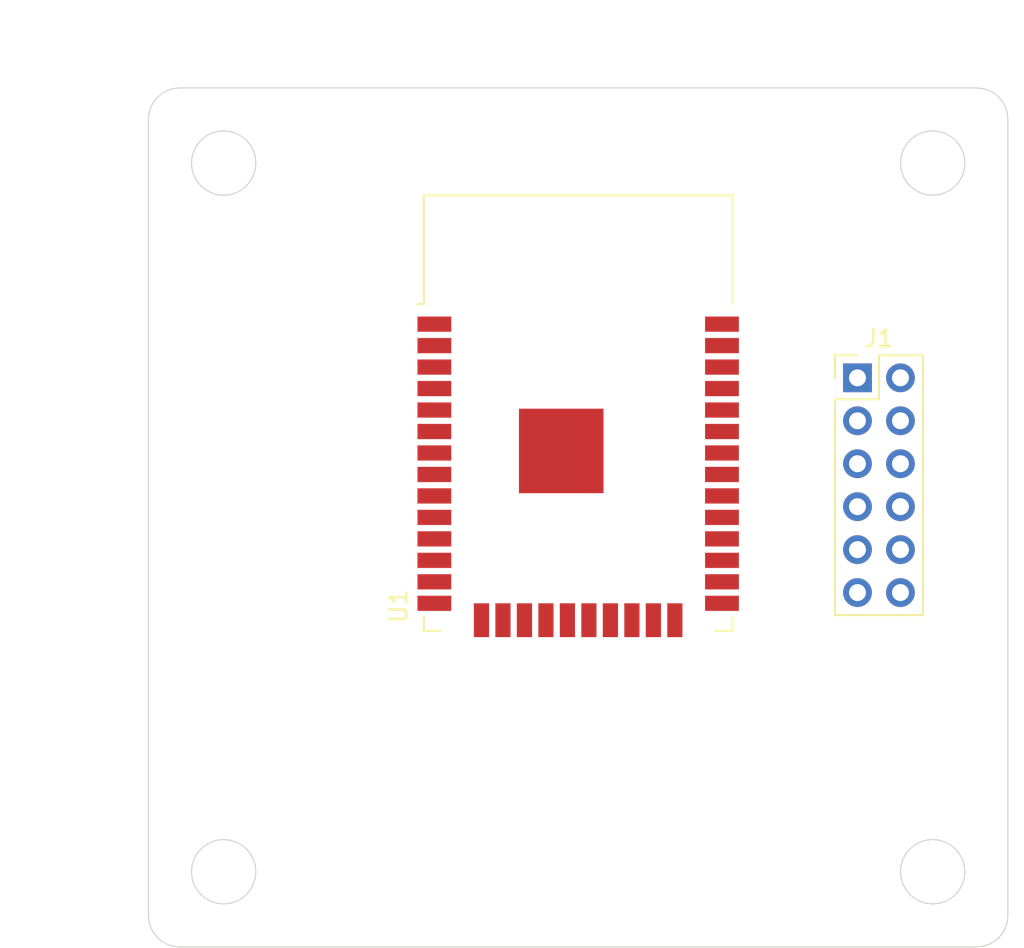
<source format=kicad_pcb>
(kicad_pcb (version 20171130) (host pcbnew 5.1.0)

  (general
    (thickness 1.6)
    (drawings 166)
    (tracks 0)
    (zones 0)
    (modules 2)
    (nets 49)
  )

  (page A4)
  (layers
    (0 F.Cu signal)
    (31 B.Cu signal)
    (32 B.Adhes user)
    (33 F.Adhes user)
    (34 B.Paste user)
    (35 F.Paste user)
    (36 B.SilkS user)
    (37 F.SilkS user)
    (38 B.Mask user)
    (39 F.Mask user)
    (40 Dwgs.User user)
    (41 Cmts.User user)
    (42 Eco1.User user)
    (43 Eco2.User user)
    (44 Edge.Cuts user)
    (45 Margin user)
    (46 B.CrtYd user)
    (47 F.CrtYd user)
    (48 B.Fab user)
    (49 F.Fab user)
  )

  (setup
    (last_trace_width 0.25)
    (trace_clearance 0.2)
    (zone_clearance 0.508)
    (zone_45_only no)
    (trace_min 0.2)
    (via_size 0.8)
    (via_drill 0.4)
    (via_min_size 0.4)
    (via_min_drill 0.3)
    (uvia_size 0.3)
    (uvia_drill 0.1)
    (uvias_allowed no)
    (uvia_min_size 0.2)
    (uvia_min_drill 0.1)
    (edge_width 0.05)
    (segment_width 0.2)
    (pcb_text_width 0.3)
    (pcb_text_size 1.5 1.5)
    (mod_edge_width 0.12)
    (mod_text_size 1 1)
    (mod_text_width 0.15)
    (pad_size 1.524 1.524)
    (pad_drill 0.762)
    (pad_to_mask_clearance 0.051)
    (solder_mask_min_width 0.25)
    (aux_axis_origin 0 0)
    (visible_elements FFFFFF7F)
    (pcbplotparams
      (layerselection 0x010fc_ffffffff)
      (usegerberextensions false)
      (usegerberattributes false)
      (usegerberadvancedattributes false)
      (creategerberjobfile false)
      (excludeedgelayer true)
      (linewidth 0.100000)
      (plotframeref false)
      (viasonmask false)
      (mode 1)
      (useauxorigin false)
      (hpglpennumber 1)
      (hpglpenspeed 20)
      (hpglpendiameter 15.000000)
      (psnegative false)
      (psa4output false)
      (plotreference true)
      (plotvalue true)
      (plotinvisibletext false)
      (padsonsilk false)
      (subtractmaskfromsilk false)
      (outputformat 1)
      (mirror false)
      (drillshape 1)
      (scaleselection 1)
      (outputdirectory ""))
  )

  (net 0 "")
  (net 1 "Net-(U1-Pad1)")
  (net 2 "Net-(U1-Pad2)")
  (net 3 "Net-(U1-Pad3)")
  (net 4 "Net-(U1-Pad4)")
  (net 5 "Net-(U1-Pad5)")
  (net 6 "Net-(U1-Pad6)")
  (net 7 "Net-(U1-Pad7)")
  (net 8 "Net-(U1-Pad8)")
  (net 9 "Net-(U1-Pad9)")
  (net 10 "Net-(U1-Pad10)")
  (net 11 "Net-(U1-Pad11)")
  (net 12 "Net-(U1-Pad12)")
  (net 13 "Net-(U1-Pad13)")
  (net 14 "Net-(U1-Pad14)")
  (net 15 "Net-(U1-Pad16)")
  (net 16 "Net-(U1-Pad17)")
  (net 17 "Net-(U1-Pad18)")
  (net 18 "Net-(U1-Pad19)")
  (net 19 "Net-(U1-Pad20)")
  (net 20 "Net-(U1-Pad21)")
  (net 21 "Net-(U1-Pad22)")
  (net 22 "Net-(U1-Pad23)")
  (net 23 "Net-(U1-Pad24)")
  (net 24 "Net-(U1-Pad25)")
  (net 25 "Net-(U1-Pad26)")
  (net 26 "Net-(U1-Pad27)")
  (net 27 "Net-(U1-Pad28)")
  (net 28 "Net-(U1-Pad29)")
  (net 29 "Net-(U1-Pad30)")
  (net 30 "Net-(U1-Pad31)")
  (net 31 "Net-(U1-Pad32)")
  (net 32 "Net-(U1-Pad33)")
  (net 33 "Net-(U1-Pad34)")
  (net 34 "Net-(U1-Pad35)")
  (net 35 "Net-(U1-Pad36)")
  (net 36 "Net-(U1-Pad37)")
  (net 37 "Net-(J1-Pad1)")
  (net 38 "Net-(J1-Pad2)")
  (net 39 "Net-(J1-Pad3)")
  (net 40 "Net-(J1-Pad4)")
  (net 41 "Net-(J1-Pad5)")
  (net 42 "Net-(J1-Pad6)")
  (net 43 "Net-(J1-Pad7)")
  (net 44 "Net-(J1-Pad8)")
  (net 45 "Net-(J1-Pad9)")
  (net 46 "Net-(J1-Pad10)")
  (net 47 "Net-(J1-Pad11)")
  (net 48 "Net-(J1-Pad12)")

  (net_class Default "This is the default net class."
    (clearance 0.2)
    (trace_width 0.25)
    (via_dia 0.8)
    (via_drill 0.4)
    (uvia_dia 0.3)
    (uvia_drill 0.1)
    (add_net "Net-(J1-Pad1)")
    (add_net "Net-(J1-Pad10)")
    (add_net "Net-(J1-Pad11)")
    (add_net "Net-(J1-Pad12)")
    (add_net "Net-(J1-Pad2)")
    (add_net "Net-(J1-Pad3)")
    (add_net "Net-(J1-Pad4)")
    (add_net "Net-(J1-Pad5)")
    (add_net "Net-(J1-Pad6)")
    (add_net "Net-(J1-Pad7)")
    (add_net "Net-(J1-Pad8)")
    (add_net "Net-(J1-Pad9)")
    (add_net "Net-(U1-Pad1)")
    (add_net "Net-(U1-Pad10)")
    (add_net "Net-(U1-Pad11)")
    (add_net "Net-(U1-Pad12)")
    (add_net "Net-(U1-Pad13)")
    (add_net "Net-(U1-Pad14)")
    (add_net "Net-(U1-Pad16)")
    (add_net "Net-(U1-Pad17)")
    (add_net "Net-(U1-Pad18)")
    (add_net "Net-(U1-Pad19)")
    (add_net "Net-(U1-Pad2)")
    (add_net "Net-(U1-Pad20)")
    (add_net "Net-(U1-Pad21)")
    (add_net "Net-(U1-Pad22)")
    (add_net "Net-(U1-Pad23)")
    (add_net "Net-(U1-Pad24)")
    (add_net "Net-(U1-Pad25)")
    (add_net "Net-(U1-Pad26)")
    (add_net "Net-(U1-Pad27)")
    (add_net "Net-(U1-Pad28)")
    (add_net "Net-(U1-Pad29)")
    (add_net "Net-(U1-Pad3)")
    (add_net "Net-(U1-Pad30)")
    (add_net "Net-(U1-Pad31)")
    (add_net "Net-(U1-Pad32)")
    (add_net "Net-(U1-Pad33)")
    (add_net "Net-(U1-Pad34)")
    (add_net "Net-(U1-Pad35)")
    (add_net "Net-(U1-Pad36)")
    (add_net "Net-(U1-Pad37)")
    (add_net "Net-(U1-Pad4)")
    (add_net "Net-(U1-Pad5)")
    (add_net "Net-(U1-Pad6)")
    (add_net "Net-(U1-Pad7)")
    (add_net "Net-(U1-Pad8)")
    (add_net "Net-(U1-Pad9)")
  )

  (module RF_Module:ESP32-WROOM-32 (layer F.Cu) (tedit 5B5B4654) (tstamp 5CB22685)
    (at 127 72.39)
    (descr "Single 2.4 GHz Wi-Fi and Bluetooth combo chip https://www.espressif.com/sites/default/files/documentation/esp32-wroom-32_datasheet_en.pdf")
    (tags "Single 2.4 GHz Wi-Fi and Bluetooth combo  chip")
    (path /5CB1D5E7)
    (attr smd)
    (fp_text reference U1 (at -10.61 8.43 90) (layer F.SilkS)
      (effects (font (size 1 1) (thickness 0.15)))
    )
    (fp_text value ESP32-WROOM-32 (at 0 11.5) (layer F.Fab)
      (effects (font (size 1 1) (thickness 0.15)))
    )
    (fp_text user %R (at 0 0) (layer F.Fab)
      (effects (font (size 1 1) (thickness 0.15)))
    )
    (fp_text user "KEEP-OUT ZONE" (at 0 -19) (layer Cmts.User)
      (effects (font (size 1 1) (thickness 0.15)))
    )
    (fp_text user Antenna (at 0 -13) (layer Cmts.User)
      (effects (font (size 1 1) (thickness 0.15)))
    )
    (fp_text user "5 mm" (at 11.8 -14.375) (layer Cmts.User)
      (effects (font (size 0.5 0.5) (thickness 0.1)))
    )
    (fp_text user "5 mm" (at -11.2 -14.375) (layer Cmts.User)
      (effects (font (size 0.5 0.5) (thickness 0.1)))
    )
    (fp_text user "5 mm" (at 7.8 -19.075 90) (layer Cmts.User)
      (effects (font (size 0.5 0.5) (thickness 0.1)))
    )
    (fp_line (start -14 -9.97) (end -14 -20.75) (layer Dwgs.User) (width 0.1))
    (fp_line (start 9 9.76) (end 9 -15.745) (layer F.Fab) (width 0.1))
    (fp_line (start -9 9.76) (end 9 9.76) (layer F.Fab) (width 0.1))
    (fp_line (start -9 -15.745) (end -9 -10.02) (layer F.Fab) (width 0.1))
    (fp_line (start -9 -15.745) (end 9 -15.745) (layer F.Fab) (width 0.1))
    (fp_line (start -9.75 10.5) (end -9.75 -9.72) (layer F.CrtYd) (width 0.05))
    (fp_line (start -9.75 10.5) (end 9.75 10.5) (layer F.CrtYd) (width 0.05))
    (fp_line (start 9.75 -9.72) (end 9.75 10.5) (layer F.CrtYd) (width 0.05))
    (fp_line (start -14.25 -21) (end 14.25 -21) (layer F.CrtYd) (width 0.05))
    (fp_line (start -9 -9.02) (end -9 9.76) (layer F.Fab) (width 0.1))
    (fp_line (start -8.5 -9.52) (end -9 -10.02) (layer F.Fab) (width 0.1))
    (fp_line (start -9 -9.02) (end -8.5 -9.52) (layer F.Fab) (width 0.1))
    (fp_line (start 14 -9.97) (end -14 -9.97) (layer Dwgs.User) (width 0.1))
    (fp_line (start 14 -9.97) (end 14 -20.75) (layer Dwgs.User) (width 0.1))
    (fp_line (start 14 -20.75) (end -14 -20.75) (layer Dwgs.User) (width 0.1))
    (fp_line (start -14.25 -21) (end -14.25 -9.72) (layer F.CrtYd) (width 0.05))
    (fp_line (start 14.25 -21) (end 14.25 -9.72) (layer F.CrtYd) (width 0.05))
    (fp_line (start -14.25 -9.72) (end -9.75 -9.72) (layer F.CrtYd) (width 0.05))
    (fp_line (start 9.75 -9.72) (end 14.25 -9.72) (layer F.CrtYd) (width 0.05))
    (fp_line (start -12.525 -20.75) (end -14 -19.66) (layer Dwgs.User) (width 0.1))
    (fp_line (start -10.525 -20.75) (end -14 -18.045) (layer Dwgs.User) (width 0.1))
    (fp_line (start -8.525 -20.75) (end -14 -16.43) (layer Dwgs.User) (width 0.1))
    (fp_line (start -6.525 -20.75) (end -14 -14.815) (layer Dwgs.User) (width 0.1))
    (fp_line (start -4.525 -20.75) (end -14 -13.2) (layer Dwgs.User) (width 0.1))
    (fp_line (start -2.525 -20.75) (end -14 -11.585) (layer Dwgs.User) (width 0.1))
    (fp_line (start -0.525 -20.75) (end -14 -9.97) (layer Dwgs.User) (width 0.1))
    (fp_line (start 1.475 -20.75) (end -12 -9.97) (layer Dwgs.User) (width 0.1))
    (fp_line (start 3.475 -20.75) (end -10 -9.97) (layer Dwgs.User) (width 0.1))
    (fp_line (start -8 -9.97) (end 5.475 -20.75) (layer Dwgs.User) (width 0.1))
    (fp_line (start 7.475 -20.75) (end -6 -9.97) (layer Dwgs.User) (width 0.1))
    (fp_line (start 9.475 -20.75) (end -4 -9.97) (layer Dwgs.User) (width 0.1))
    (fp_line (start 11.475 -20.75) (end -2 -9.97) (layer Dwgs.User) (width 0.1))
    (fp_line (start 13.475 -20.75) (end 0 -9.97) (layer Dwgs.User) (width 0.1))
    (fp_line (start 14 -19.66) (end 2 -9.97) (layer Dwgs.User) (width 0.1))
    (fp_line (start 14 -18.045) (end 4 -9.97) (layer Dwgs.User) (width 0.1))
    (fp_line (start 14 -16.43) (end 6 -9.97) (layer Dwgs.User) (width 0.1))
    (fp_line (start 14 -14.815) (end 8 -9.97) (layer Dwgs.User) (width 0.1))
    (fp_line (start 14 -13.2) (end 10 -9.97) (layer Dwgs.User) (width 0.1))
    (fp_line (start 14 -11.585) (end 12 -9.97) (layer Dwgs.User) (width 0.1))
    (fp_line (start 9.2 -13.875) (end 13.8 -13.875) (layer Cmts.User) (width 0.1))
    (fp_line (start 13.8 -13.875) (end 13.6 -14.075) (layer Cmts.User) (width 0.1))
    (fp_line (start 13.8 -13.875) (end 13.6 -13.675) (layer Cmts.User) (width 0.1))
    (fp_line (start 9.2 -13.875) (end 9.4 -14.075) (layer Cmts.User) (width 0.1))
    (fp_line (start 9.2 -13.875) (end 9.4 -13.675) (layer Cmts.User) (width 0.1))
    (fp_line (start -13.8 -13.875) (end -13.6 -14.075) (layer Cmts.User) (width 0.1))
    (fp_line (start -13.8 -13.875) (end -13.6 -13.675) (layer Cmts.User) (width 0.1))
    (fp_line (start -9.2 -13.875) (end -9.4 -13.675) (layer Cmts.User) (width 0.1))
    (fp_line (start -13.8 -13.875) (end -9.2 -13.875) (layer Cmts.User) (width 0.1))
    (fp_line (start -9.2 -13.875) (end -9.4 -14.075) (layer Cmts.User) (width 0.1))
    (fp_line (start 8.4 -16) (end 8.2 -16.2) (layer Cmts.User) (width 0.1))
    (fp_line (start 8.4 -16) (end 8.6 -16.2) (layer Cmts.User) (width 0.1))
    (fp_line (start 8.4 -20.6) (end 8.6 -20.4) (layer Cmts.User) (width 0.1))
    (fp_line (start 8.4 -16) (end 8.4 -20.6) (layer Cmts.User) (width 0.1))
    (fp_line (start 8.4 -20.6) (end 8.2 -20.4) (layer Cmts.User) (width 0.1))
    (fp_line (start -9.12 9.1) (end -9.12 9.88) (layer F.SilkS) (width 0.12))
    (fp_line (start -9.12 9.88) (end -8.12 9.88) (layer F.SilkS) (width 0.12))
    (fp_line (start 9.12 9.1) (end 9.12 9.88) (layer F.SilkS) (width 0.12))
    (fp_line (start 9.12 9.88) (end 8.12 9.88) (layer F.SilkS) (width 0.12))
    (fp_line (start -9.12 -15.865) (end 9.12 -15.865) (layer F.SilkS) (width 0.12))
    (fp_line (start 9.12 -15.865) (end 9.12 -9.445) (layer F.SilkS) (width 0.12))
    (fp_line (start -9.12 -15.865) (end -9.12 -9.445) (layer F.SilkS) (width 0.12))
    (fp_line (start -9.12 -9.445) (end -9.5 -9.445) (layer F.SilkS) (width 0.12))
    (pad 39 smd rect (at -1 -0.755) (size 5 5) (layers F.Cu F.Paste F.Mask))
    (pad 1 smd rect (at -8.5 -8.255) (size 2 0.9) (layers F.Cu F.Paste F.Mask)
      (net 1 "Net-(U1-Pad1)"))
    (pad 2 smd rect (at -8.5 -6.985) (size 2 0.9) (layers F.Cu F.Paste F.Mask)
      (net 2 "Net-(U1-Pad2)"))
    (pad 3 smd rect (at -8.5 -5.715) (size 2 0.9) (layers F.Cu F.Paste F.Mask)
      (net 3 "Net-(U1-Pad3)"))
    (pad 4 smd rect (at -8.5 -4.445) (size 2 0.9) (layers F.Cu F.Paste F.Mask)
      (net 4 "Net-(U1-Pad4)"))
    (pad 5 smd rect (at -8.5 -3.175) (size 2 0.9) (layers F.Cu F.Paste F.Mask)
      (net 5 "Net-(U1-Pad5)"))
    (pad 6 smd rect (at -8.5 -1.905) (size 2 0.9) (layers F.Cu F.Paste F.Mask)
      (net 6 "Net-(U1-Pad6)"))
    (pad 7 smd rect (at -8.5 -0.635) (size 2 0.9) (layers F.Cu F.Paste F.Mask)
      (net 7 "Net-(U1-Pad7)"))
    (pad 8 smd rect (at -8.5 0.635) (size 2 0.9) (layers F.Cu F.Paste F.Mask)
      (net 8 "Net-(U1-Pad8)"))
    (pad 9 smd rect (at -8.5 1.905) (size 2 0.9) (layers F.Cu F.Paste F.Mask)
      (net 9 "Net-(U1-Pad9)"))
    (pad 10 smd rect (at -8.5 3.175) (size 2 0.9) (layers F.Cu F.Paste F.Mask)
      (net 10 "Net-(U1-Pad10)"))
    (pad 11 smd rect (at -8.5 4.445) (size 2 0.9) (layers F.Cu F.Paste F.Mask)
      (net 11 "Net-(U1-Pad11)"))
    (pad 12 smd rect (at -8.5 5.715) (size 2 0.9) (layers F.Cu F.Paste F.Mask)
      (net 12 "Net-(U1-Pad12)"))
    (pad 13 smd rect (at -8.5 6.985) (size 2 0.9) (layers F.Cu F.Paste F.Mask)
      (net 13 "Net-(U1-Pad13)"))
    (pad 14 smd rect (at -8.5 8.255) (size 2 0.9) (layers F.Cu F.Paste F.Mask)
      (net 14 "Net-(U1-Pad14)"))
    (pad 15 smd rect (at -5.715 9.255 90) (size 2 0.9) (layers F.Cu F.Paste F.Mask)
      (net 1 "Net-(U1-Pad1)"))
    (pad 16 smd rect (at -4.445 9.255 90) (size 2 0.9) (layers F.Cu F.Paste F.Mask)
      (net 15 "Net-(U1-Pad16)"))
    (pad 17 smd rect (at -3.175 9.255 90) (size 2 0.9) (layers F.Cu F.Paste F.Mask)
      (net 16 "Net-(U1-Pad17)"))
    (pad 18 smd rect (at -1.905 9.255 90) (size 2 0.9) (layers F.Cu F.Paste F.Mask)
      (net 17 "Net-(U1-Pad18)"))
    (pad 19 smd rect (at -0.635 9.255 90) (size 2 0.9) (layers F.Cu F.Paste F.Mask)
      (net 18 "Net-(U1-Pad19)"))
    (pad 20 smd rect (at 0.635 9.255 90) (size 2 0.9) (layers F.Cu F.Paste F.Mask)
      (net 19 "Net-(U1-Pad20)"))
    (pad 21 smd rect (at 1.905 9.255 90) (size 2 0.9) (layers F.Cu F.Paste F.Mask)
      (net 20 "Net-(U1-Pad21)"))
    (pad 22 smd rect (at 3.175 9.255 90) (size 2 0.9) (layers F.Cu F.Paste F.Mask)
      (net 21 "Net-(U1-Pad22)"))
    (pad 23 smd rect (at 4.445 9.255 90) (size 2 0.9) (layers F.Cu F.Paste F.Mask)
      (net 22 "Net-(U1-Pad23)"))
    (pad 24 smd rect (at 5.715 9.255 90) (size 2 0.9) (layers F.Cu F.Paste F.Mask)
      (net 23 "Net-(U1-Pad24)"))
    (pad 25 smd rect (at 8.5 8.255) (size 2 0.9) (layers F.Cu F.Paste F.Mask)
      (net 24 "Net-(U1-Pad25)"))
    (pad 26 smd rect (at 8.5 6.985) (size 2 0.9) (layers F.Cu F.Paste F.Mask)
      (net 25 "Net-(U1-Pad26)"))
    (pad 27 smd rect (at 8.5 5.715) (size 2 0.9) (layers F.Cu F.Paste F.Mask)
      (net 26 "Net-(U1-Pad27)"))
    (pad 28 smd rect (at 8.5 4.445) (size 2 0.9) (layers F.Cu F.Paste F.Mask)
      (net 27 "Net-(U1-Pad28)"))
    (pad 29 smd rect (at 8.5 3.175) (size 2 0.9) (layers F.Cu F.Paste F.Mask)
      (net 28 "Net-(U1-Pad29)"))
    (pad 30 smd rect (at 8.5 1.905) (size 2 0.9) (layers F.Cu F.Paste F.Mask)
      (net 29 "Net-(U1-Pad30)"))
    (pad 31 smd rect (at 8.5 0.635) (size 2 0.9) (layers F.Cu F.Paste F.Mask)
      (net 30 "Net-(U1-Pad31)"))
    (pad 32 smd rect (at 8.5 -0.635) (size 2 0.9) (layers F.Cu F.Paste F.Mask)
      (net 31 "Net-(U1-Pad32)"))
    (pad 33 smd rect (at 8.5 -1.905) (size 2 0.9) (layers F.Cu F.Paste F.Mask)
      (net 32 "Net-(U1-Pad33)"))
    (pad 34 smd rect (at 8.5 -3.175) (size 2 0.9) (layers F.Cu F.Paste F.Mask)
      (net 33 "Net-(U1-Pad34)"))
    (pad 35 smd rect (at 8.5 -4.445) (size 2 0.9) (layers F.Cu F.Paste F.Mask)
      (net 34 "Net-(U1-Pad35)"))
    (pad 36 smd rect (at 8.5 -5.715) (size 2 0.9) (layers F.Cu F.Paste F.Mask)
      (net 35 "Net-(U1-Pad36)"))
    (pad 37 smd rect (at 8.5 -6.985) (size 2 0.9) (layers F.Cu F.Paste F.Mask)
      (net 36 "Net-(U1-Pad37)"))
    (pad 38 smd rect (at 8.5 -8.255) (size 2 0.9) (layers F.Cu F.Paste F.Mask)
      (net 1 "Net-(U1-Pad1)"))
    (model ${KISYS3DMOD}/RF_Module.3dshapes/ESP32-WROOM-32.wrl
      (at (xyz 0 0 0))
      (scale (xyz 1 1 1))
      (rotate (xyz 0 0 0))
    )
  )

  (module Connector_PinHeader_2.54mm:PinHeader_2x06_P2.54mm_Vertical (layer F.Cu) (tedit 59FED5CC) (tstamp 5CB2238F)
    (at 143.51 67.31)
    (descr "Through hole straight pin header, 2x06, 2.54mm pitch, double rows")
    (tags "Through hole pin header THT 2x06 2.54mm double row")
    (path /5CB226D6)
    (fp_text reference J1 (at 1.27 -2.33) (layer F.SilkS)
      (effects (font (size 1 1) (thickness 0.15)))
    )
    (fp_text value Conn_02x06_Odd_Even (at 1.27 15.03) (layer F.Fab)
      (effects (font (size 1 1) (thickness 0.15)))
    )
    (fp_line (start 0 -1.27) (end 3.81 -1.27) (layer F.Fab) (width 0.1))
    (fp_line (start 3.81 -1.27) (end 3.81 13.97) (layer F.Fab) (width 0.1))
    (fp_line (start 3.81 13.97) (end -1.27 13.97) (layer F.Fab) (width 0.1))
    (fp_line (start -1.27 13.97) (end -1.27 0) (layer F.Fab) (width 0.1))
    (fp_line (start -1.27 0) (end 0 -1.27) (layer F.Fab) (width 0.1))
    (fp_line (start -1.33 14.03) (end 3.87 14.03) (layer F.SilkS) (width 0.12))
    (fp_line (start -1.33 1.27) (end -1.33 14.03) (layer F.SilkS) (width 0.12))
    (fp_line (start 3.87 -1.33) (end 3.87 14.03) (layer F.SilkS) (width 0.12))
    (fp_line (start -1.33 1.27) (end 1.27 1.27) (layer F.SilkS) (width 0.12))
    (fp_line (start 1.27 1.27) (end 1.27 -1.33) (layer F.SilkS) (width 0.12))
    (fp_line (start 1.27 -1.33) (end 3.87 -1.33) (layer F.SilkS) (width 0.12))
    (fp_line (start -1.33 0) (end -1.33 -1.33) (layer F.SilkS) (width 0.12))
    (fp_line (start -1.33 -1.33) (end 0 -1.33) (layer F.SilkS) (width 0.12))
    (fp_line (start -1.8 -1.8) (end -1.8 14.5) (layer F.CrtYd) (width 0.05))
    (fp_line (start -1.8 14.5) (end 4.35 14.5) (layer F.CrtYd) (width 0.05))
    (fp_line (start 4.35 14.5) (end 4.35 -1.8) (layer F.CrtYd) (width 0.05))
    (fp_line (start 4.35 -1.8) (end -1.8 -1.8) (layer F.CrtYd) (width 0.05))
    (fp_text user %R (at 1.27 6.35 90) (layer F.Fab)
      (effects (font (size 1 1) (thickness 0.15)))
    )
    (pad 1 thru_hole rect (at 0 0) (size 1.7 1.7) (drill 1) (layers *.Cu *.Mask)
      (net 37 "Net-(J1-Pad1)"))
    (pad 2 thru_hole oval (at 2.54 0) (size 1.7 1.7) (drill 1) (layers *.Cu *.Mask)
      (net 38 "Net-(J1-Pad2)"))
    (pad 3 thru_hole oval (at 0 2.54) (size 1.7 1.7) (drill 1) (layers *.Cu *.Mask)
      (net 39 "Net-(J1-Pad3)"))
    (pad 4 thru_hole oval (at 2.54 2.54) (size 1.7 1.7) (drill 1) (layers *.Cu *.Mask)
      (net 40 "Net-(J1-Pad4)"))
    (pad 5 thru_hole oval (at 0 5.08) (size 1.7 1.7) (drill 1) (layers *.Cu *.Mask)
      (net 41 "Net-(J1-Pad5)"))
    (pad 6 thru_hole oval (at 2.54 5.08) (size 1.7 1.7) (drill 1) (layers *.Cu *.Mask)
      (net 42 "Net-(J1-Pad6)"))
    (pad 7 thru_hole oval (at 0 7.62) (size 1.7 1.7) (drill 1) (layers *.Cu *.Mask)
      (net 43 "Net-(J1-Pad7)"))
    (pad 8 thru_hole oval (at 2.54 7.62) (size 1.7 1.7) (drill 1) (layers *.Cu *.Mask)
      (net 44 "Net-(J1-Pad8)"))
    (pad 9 thru_hole oval (at 0 10.16) (size 1.7 1.7) (drill 1) (layers *.Cu *.Mask)
      (net 45 "Net-(J1-Pad9)"))
    (pad 10 thru_hole oval (at 2.54 10.16) (size 1.7 1.7) (drill 1) (layers *.Cu *.Mask)
      (net 46 "Net-(J1-Pad10)"))
    (pad 11 thru_hole oval (at 0 12.7) (size 1.7 1.7) (drill 1) (layers *.Cu *.Mask)
      (net 47 "Net-(J1-Pad11)"))
    (pad 12 thru_hole oval (at 2.54 12.7) (size 1.7 1.7) (drill 1) (layers *.Cu *.Mask)
      (net 48 "Net-(J1-Pad12)"))
    (model :mypath:chip.x3d
      (at (xyz 0 0 0))
      (scale (xyz 1 1 1))
      (rotate (xyz 0 0 0))
    )
  )

  (dimension 50.8 (width 0.15) (layer Dwgs.User)
    (gr_text "50.800 mm" (at 96.490001 75.564796 270) (layer Dwgs.User)
      (effects (font (size 1 1) (thickness 0.15)))
    )
    (feature1 (pts (xy 103.452091 100.964796) (xy 97.20358 100.964796)))
    (feature2 (pts (xy 103.452091 50.164796) (xy 97.20358 50.164796)))
    (crossbar (pts (xy 97.790001 50.164796) (xy 97.790001 100.964796)))
    (arrow1a (pts (xy 97.790001 100.964796) (xy 97.20358 99.838292)))
    (arrow1b (pts (xy 97.790001 100.964796) (xy 98.376422 99.838292)))
    (arrow2a (pts (xy 97.790001 50.164796) (xy 97.20358 51.2913)))
    (arrow2b (pts (xy 97.790001 50.164796) (xy 98.376422 51.2913)))
  )
  (dimension 50.800028 (width 0.15) (layer Dwgs.User)
    (gr_text "50.800 mm" (at 127.00667 45.663451 359.9400966) (layer Dwgs.User)
      (effects (font (size 1 1) (thickness 0.15)))
    )
    (feature1 (pts (xy 152.4 52.07) (xy 152.405924 46.403585)))
    (feature2 (pts (xy 101.6 52.016888) (xy 101.605924 46.350473)))
    (crossbar (pts (xy 101.605311 46.936894) (xy 152.405311 46.990006)))
    (arrow1a (pts (xy 152.405311 46.990006) (xy 151.278195 47.575249)))
    (arrow1b (pts (xy 152.405311 46.990006) (xy 151.279421 46.402408)))
    (arrow2a (pts (xy 101.605311 46.936894) (xy 102.731201 47.524492)))
    (arrow2b (pts (xy 101.605311 46.936894) (xy 102.732427 46.351651)))
  )
  (gr_line (start 106.045203 52.704695) (end 105.66118 52.743354) (layer Edge.Cuts) (width 0.064516))
  (gr_line (start 104.465196 53.544647) (end 104.289555 53.86832) (layer Edge.Cuts) (width 0.064516))
  (gr_line (start 104.69786 53.262657) (end 104.465196 53.544647) (layer Edge.Cuts) (width 0.064516))
  (gr_line (start 151.584837 50.480264) (end 151.858726 50.70607) (layer Edge.Cuts) (width 0.064516))
  (gr_line (start 151.270182 50.309907) (end 151.584837 50.480264) (layer Edge.Cuts) (width 0.064516))
  (gr_line (start 150.922101 50.202287) (end 151.270182 50.309907) (layer Edge.Cuts) (width 0.064516))
  (gr_line (start 150.547908 50.164796) (end 150.922101 50.202287) (layer Edge.Cuts) (width 0.064516))
  (gr_line (start 103.452091 50.164796) (end 150.547908 50.164796) (layer Edge.Cuts) (width 0.064516))
  (gr_line (start 148.338743 94.65343) (end 147.954796 94.614796) (layer Edge.Cuts) (width 0.064516))
  (gr_line (start 148.696349 94.764402) (end 148.338743 94.65343) (layer Edge.Cuts) (width 0.064516))
  (gr_line (start 149.019971 94.939993) (end 148.696349 94.764402) (layer Edge.Cuts) (width 0.064516))
  (gr_line (start 149.301962 95.17258) (end 149.019971 94.939993) (layer Edge.Cuts) (width 0.064516))
  (gr_line (start 148.696476 98.275241) (end 149.020149 98.0996) (layer Edge.Cuts) (width 0.064516))
  (gr_line (start 148.338794 98.386239) (end 148.696476 98.275241) (layer Edge.Cuts) (width 0.064516))
  (gr_line (start 147.954796 98.424898) (end 148.338794 98.386239) (layer Edge.Cuts) (width 0.064516))
  (gr_line (start 147.57085 98.386163) (end 147.954796 98.424898) (layer Edge.Cuts) (width 0.064516))
  (gr_line (start 147.213269 98.275114) (end 147.57085 98.386163) (layer Edge.Cuts) (width 0.064516))
  (gr_line (start 146.889698 98.099422) (end 147.213269 98.275114) (layer Edge.Cuts) (width 0.064516))
  (gr_line (start 146.607784 97.866758) (end 146.889698 98.099422) (layer Edge.Cuts) (width 0.064516))
  (gr_line (start 146.375196 97.584768) (end 146.607784 97.866758) (layer Edge.Cuts) (width 0.064516))
  (gr_line (start 105.66118 98.386239) (end 106.045203 98.424898) (layer Edge.Cuts) (width 0.064516))
  (gr_line (start 105.303523 98.275241) (end 105.66118 98.386239) (layer Edge.Cuts) (width 0.064516))
  (gr_line (start 104.97985 98.0996) (end 105.303523 98.275241) (layer Edge.Cuts) (width 0.064516))
  (gr_line (start 104.69786 97.866936) (end 104.97985 98.0996) (layer Edge.Cuts) (width 0.064516))
  (gr_line (start 104.97985 53.029993) (end 104.69786 53.262657) (layer Edge.Cuts) (width 0.064516))
  (gr_line (start 146.375196 53.544825) (end 146.199606 53.868447) (layer Edge.Cuts) (width 0.064516))
  (gr_line (start 146.607784 53.262834) (end 146.375196 53.544825) (layer Edge.Cuts) (width 0.064516))
  (gr_line (start 149.860101 54.61) (end 149.821442 54.226002) (layer Edge.Cuts) (width 0.064516))
  (gr_line (start 149.821341 54.993946) (end 149.860101 54.61) (layer Edge.Cuts) (width 0.064516))
  (gr_line (start 149.710317 55.351527) (end 149.821341 54.993946) (layer Edge.Cuts) (width 0.064516))
  (gr_line (start 146.889851 94.94017) (end 146.607961 95.172758) (layer Edge.Cuts) (width 0.064516))
  (gr_line (start 147.213396 94.764529) (end 146.889851 94.94017) (layer Edge.Cuts) (width 0.064516))
  (gr_line (start 147.570926 94.653531) (end 147.213396 94.764529) (layer Edge.Cuts) (width 0.064516))
  (gr_line (start 147.954796 94.614796) (end 147.570926 94.653531) (layer Edge.Cuts) (width 0.064516))
  (gr_line (start 106.429073 94.653531) (end 106.045203 94.614796) (layer Edge.Cuts) (width 0.064516))
  (gr_line (start 151.858726 100.423522) (end 151.584837 100.649328) (layer Edge.Cuts) (width 0.064516))
  (gr_line (start 152.084532 100.149634) (end 151.858726 100.423522) (layer Edge.Cuts) (width 0.064516))
  (gr_line (start 152.254889 99.834979) (end 152.084532 100.149634) (layer Edge.Cuts) (width 0.064516))
  (gr_line (start 152.362509 99.486897) (end 152.254889 99.834979) (layer Edge.Cuts) (width 0.064516))
  (gr_line (start 152.4 99.112705) (end 152.362509 99.486897) (layer Edge.Cuts) (width 0.064516))
  (gr_line (start 152.4 52.016888) (end 152.4 99.112705) (layer Edge.Cuts) (width 0.064516))
  (gr_line (start 152.362509 51.642695) (end 152.4 52.016888) (layer Edge.Cuts) (width 0.064516))
  (gr_line (start 152.254889 51.294639) (end 152.362509 51.642695) (layer Edge.Cuts) (width 0.064516))
  (gr_line (start 152.084532 50.979959) (end 152.254889 51.294639) (layer Edge.Cuts) (width 0.064516))
  (gr_line (start 151.858726 50.70607) (end 152.084532 50.979959) (layer Edge.Cuts) (width 0.064516))
  (gr_line (start 106.786603 94.764529) (end 106.429073 94.653531) (layer Edge.Cuts) (width 0.064516))
  (gr_line (start 107.110149 94.94017) (end 106.786603 94.764529) (layer Edge.Cuts) (width 0.064516))
  (gr_line (start 107.392038 95.172758) (end 107.110149 94.94017) (layer Edge.Cuts) (width 0.064516))
  (gr_line (start 107.624626 95.454647) (end 107.392038 95.172758) (layer Edge.Cuts) (width 0.064516))
  (gr_line (start 107.800267 95.778193) (end 107.624626 95.454647) (layer Edge.Cuts) (width 0.064516))
  (gr_line (start 104.980028 56.1896) (end 105.30365 56.365216) (layer Edge.Cuts) (width 0.064516))
  (gr_line (start 104.698038 55.957012) (end 104.980028 56.1896) (layer Edge.Cuts) (width 0.064516))
  (gr_line (start 104.698038 95.17258) (end 104.465374 95.454495) (layer Edge.Cuts) (width 0.064516))
  (gr_line (start 104.980028 94.939993) (end 104.698038 95.17258) (layer Edge.Cuts) (width 0.064516))
  (gr_line (start 105.30365 94.764402) (end 104.980028 94.939993) (layer Edge.Cuts) (width 0.064516))
  (gr_line (start 104.178557 54.226002) (end 104.139898 54.61) (layer Edge.Cuts) (width 0.064516))
  (gr_line (start 104.289682 55.351527) (end 104.465374 55.675098) (layer Edge.Cuts) (width 0.064516))
  (gr_line (start 146.088633 54.226053) (end 146.05 54.61) (layer Edge.Cuts) (width 0.064516))
  (gr_line (start 146.199606 53.868447) (end 146.088633 54.226053) (layer Edge.Cuts) (width 0.064516))
  (gr_line (start 107.392216 97.866758) (end 107.624803 97.584768) (layer Edge.Cuts) (width 0.064516))
  (gr_line (start 107.110301 98.099422) (end 107.392216 97.866758) (layer Edge.Cuts) (width 0.064516))
  (gr_line (start 106.78673 98.275114) (end 107.110301 98.099422) (layer Edge.Cuts) (width 0.064516))
  (gr_line (start 106.429149 98.386163) (end 106.78673 98.275114) (layer Edge.Cuts) (width 0.064516))
  (gr_line (start 106.045203 98.424898) (end 106.429149 98.386163) (layer Edge.Cuts) (width 0.064516))
  (gr_line (start 107.110149 56.189422) (end 107.392038 55.956835) (layer Edge.Cuts) (width 0.064516))
  (gr_line (start 106.786603 56.365063) (end 107.110149 56.189422) (layer Edge.Cuts) (width 0.064516))
  (gr_line (start 104.178633 96.135647) (end 104.139898 96.519593) (layer Edge.Cuts) (width 0.064516))
  (gr_line (start 104.289682 95.778066) (end 104.178633 96.135647) (layer Edge.Cuts) (width 0.064516))
  (gr_line (start 104.465374 95.454495) (end 104.289682 95.778066) (layer Edge.Cuts) (width 0.064516))
  (gr_line (start 148.696349 56.36519) (end 149.019971 56.1896) (layer Edge.Cuts) (width 0.064516))
  (gr_line (start 148.338743 56.476163) (end 148.696349 56.36519) (layer Edge.Cuts) (width 0.064516))
  (gr_line (start 147.954796 56.514796) (end 148.338743 56.476163) (layer Edge.Cuts) (width 0.064516))
  (gr_line (start 107.624626 55.674945) (end 107.800267 55.3514) (layer Edge.Cuts) (width 0.064516))
  (gr_line (start 107.392038 55.956835) (end 107.624626 55.674945) (layer Edge.Cuts) (width 0.064516))
  (gr_line (start 149.534626 95.454495) (end 149.301962 95.17258) (layer Edge.Cuts) (width 0.064516))
  (gr_line (start 149.710317 95.778066) (end 149.534626 95.454495) (layer Edge.Cuts) (width 0.064516))
  (gr_line (start 149.821341 96.135647) (end 149.710317 95.778066) (layer Edge.Cuts) (width 0.064516))
  (gr_line (start 149.860101 96.519593) (end 149.821341 96.135647) (layer Edge.Cuts) (width 0.064516))
  (gr_line (start 149.821442 96.903616) (end 149.860101 96.519593) (layer Edge.Cuts) (width 0.064516))
  (gr_line (start 149.710444 97.261273) (end 149.821442 96.903616) (layer Edge.Cuts) (width 0.064516))
  (gr_line (start 149.534803 97.584946) (end 149.710444 97.261273) (layer Edge.Cuts) (width 0.064516))
  (gr_line (start 149.302139 97.866936) (end 149.534803 97.584946) (layer Edge.Cuts) (width 0.064516))
  (gr_line (start 149.020149 98.0996) (end 149.302139 97.866936) (layer Edge.Cuts) (width 0.064516))
  (gr_line (start 103.077924 50.202287) (end 103.452091 50.164796) (layer Edge.Cuts) (width 0.064516))
  (gr_line (start 102.729817 50.309907) (end 103.077924 50.202287) (layer Edge.Cuts) (width 0.064516))
  (gr_line (start 102.415162 50.480264) (end 102.729817 50.309907) (layer Edge.Cuts) (width 0.064516))
  (gr_line (start 102.141274 50.70607) (end 102.415162 50.480264) (layer Edge.Cuts) (width 0.064516))
  (gr_line (start 101.915468 50.979959) (end 102.141274 50.70607) (layer Edge.Cuts) (width 0.064516))
  (gr_line (start 101.74511 51.294639) (end 101.915468 50.979959) (layer Edge.Cuts) (width 0.064516))
  (gr_line (start 101.63749 51.642695) (end 101.74511 51.294639) (layer Edge.Cuts) (width 0.064516))
  (gr_line (start 101.6 52.016888) (end 101.63749 51.642695) (layer Edge.Cuts) (width 0.064516))
  (gr_line (start 101.6 99.112705) (end 101.6 52.016888) (layer Edge.Cuts) (width 0.064516))
  (gr_line (start 101.63749 99.486897) (end 101.6 99.112705) (layer Edge.Cuts) (width 0.064516))
  (gr_line (start 101.74511 99.834979) (end 101.63749 99.486897) (layer Edge.Cuts) (width 0.064516))
  (gr_line (start 101.915468 100.149634) (end 101.74511 99.834979) (layer Edge.Cuts) (width 0.064516))
  (gr_line (start 102.141274 100.423522) (end 101.915468 100.149634) (layer Edge.Cuts) (width 0.064516))
  (gr_line (start 102.415162 100.649328) (end 102.141274 100.423522) (layer Edge.Cuts) (width 0.064516))
  (gr_line (start 102.729817 100.819686) (end 102.415162 100.649328) (layer Edge.Cuts) (width 0.064516))
  (gr_line (start 103.077899 100.927306) (end 102.729817 100.819686) (layer Edge.Cuts) (width 0.064516))
  (gr_line (start 103.452091 100.964796) (end 103.077899 100.927306) (layer Edge.Cuts) (width 0.064516))
  (gr_line (start 150.547908 100.964796) (end 103.452091 100.964796) (layer Edge.Cuts) (width 0.064516))
  (gr_line (start 150.922101 100.927306) (end 150.547908 100.964796) (layer Edge.Cuts) (width 0.064516))
  (gr_line (start 151.270182 100.819686) (end 150.922101 100.927306) (layer Edge.Cuts) (width 0.064516))
  (gr_line (start 151.584837 100.649328) (end 151.270182 100.819686) (layer Edge.Cuts) (width 0.064516))
  (gr_line (start 149.534626 55.675098) (end 149.710317 55.351527) (layer Edge.Cuts) (width 0.064516))
  (gr_line (start 149.301962 55.957012) (end 149.534626 55.675098) (layer Edge.Cuts) (width 0.064516))
  (gr_line (start 149.019971 56.1896) (end 149.301962 55.957012) (layer Edge.Cuts) (width 0.064516))
  (gr_line (start 104.465196 97.584946) (end 104.69786 97.866936) (layer Edge.Cuts) (width 0.064516))
  (gr_line (start 104.289555 97.261273) (end 104.465196 97.584946) (layer Edge.Cuts) (width 0.064516))
  (gr_line (start 104.178557 96.903616) (end 104.289555 97.261273) (layer Edge.Cuts) (width 0.064516))
  (gr_line (start 104.139898 96.519593) (end 104.178557 96.903616) (layer Edge.Cuts) (width 0.064516))
  (gr_line (start 104.289555 53.86832) (end 104.178557 54.226002) (layer Edge.Cuts) (width 0.064516))
  (gr_line (start 149.534803 53.544647) (end 149.302139 53.262657) (layer Edge.Cuts) (width 0.064516))
  (gr_line (start 149.710444 53.86832) (end 149.534803 53.544647) (layer Edge.Cuts) (width 0.064516))
  (gr_line (start 149.821442 54.226002) (end 149.710444 53.86832) (layer Edge.Cuts) (width 0.064516))
  (gr_line (start 107.911265 96.135723) (end 107.800267 95.778193) (layer Edge.Cuts) (width 0.064516))
  (gr_line (start 107.95 96.519593) (end 107.911265 96.135723) (layer Edge.Cuts) (width 0.064516))
  (gr_line (start 107.911366 96.90354) (end 107.95 96.519593) (layer Edge.Cuts) (width 0.064516))
  (gr_line (start 107.800394 97.261146) (end 107.911366 96.90354) (layer Edge.Cuts) (width 0.064516))
  (gr_line (start 107.624803 97.584768) (end 107.800394 97.261146) (layer Edge.Cuts) (width 0.064516))
  (gr_line (start 148.696476 52.854352) (end 148.338794 52.743354) (layer Edge.Cuts) (width 0.064516))
  (gr_line (start 149.020149 53.029993) (end 148.696476 52.854352) (layer Edge.Cuts) (width 0.064516))
  (gr_line (start 149.302139 53.262657) (end 149.020149 53.029993) (layer Edge.Cuts) (width 0.064516))
  (gr_line (start 105.66118 52.743354) (end 105.303523 52.854352) (layer Edge.Cuts) (width 0.064516))
  (gr_line (start 146.199606 97.261146) (end 146.375196 97.584768) (layer Edge.Cuts) (width 0.064516))
  (gr_line (start 146.088633 96.90354) (end 146.199606 97.261146) (layer Edge.Cuts) (width 0.064516))
  (gr_line (start 146.05 96.519593) (end 146.088633 96.90354) (layer Edge.Cuts) (width 0.064516))
  (gr_line (start 146.088735 96.135723) (end 146.05 96.519593) (layer Edge.Cuts) (width 0.064516))
  (gr_line (start 146.199733 95.778193) (end 146.088735 96.135723) (layer Edge.Cuts) (width 0.064516))
  (gr_line (start 146.375374 95.454647) (end 146.199733 95.778193) (layer Edge.Cuts) (width 0.064516))
  (gr_line (start 146.607961 95.172758) (end 146.375374 95.454647) (layer Edge.Cuts) (width 0.064516))
  (gr_line (start 105.303523 52.854352) (end 104.97985 53.029993) (layer Edge.Cuts) (width 0.064516))
  (gr_line (start 107.110301 53.03017) (end 106.78673 52.854479) (layer Edge.Cuts) (width 0.064516))
  (gr_line (start 107.392216 53.262834) (end 107.110301 53.03017) (layer Edge.Cuts) (width 0.064516))
  (gr_line (start 104.178633 54.993946) (end 104.289682 55.351527) (layer Edge.Cuts) (width 0.064516))
  (gr_line (start 104.139898 54.61) (end 104.178633 54.993946) (layer Edge.Cuts) (width 0.064516))
  (gr_line (start 106.429073 56.476061) (end 106.786603 56.365063) (layer Edge.Cuts) (width 0.064516))
  (gr_line (start 106.045203 56.514796) (end 106.429073 56.476061) (layer Edge.Cuts) (width 0.064516))
  (gr_line (start 107.911265 54.99387) (end 107.95 54.61) (layer Edge.Cuts) (width 0.064516))
  (gr_line (start 107.800267 55.3514) (end 107.911265 54.99387) (layer Edge.Cuts) (width 0.064516))
  (gr_line (start 147.570926 56.476061) (end 147.954796 56.514796) (layer Edge.Cuts) (width 0.064516))
  (gr_line (start 147.213396 56.365063) (end 147.570926 56.476061) (layer Edge.Cuts) (width 0.064516))
  (gr_line (start 146.889851 56.189422) (end 147.213396 56.365063) (layer Edge.Cuts) (width 0.064516))
  (gr_line (start 107.911366 54.226053) (end 107.800394 53.868447) (layer Edge.Cuts) (width 0.064516))
  (gr_line (start 107.95 54.61) (end 107.911366 54.226053) (layer Edge.Cuts) (width 0.064516))
  (gr_line (start 146.889698 53.03017) (end 146.607784 53.262834) (layer Edge.Cuts) (width 0.064516))
  (gr_line (start 147.213269 52.854479) (end 146.889698 53.03017) (layer Edge.Cuts) (width 0.064516))
  (gr_line (start 105.661256 94.65343) (end 105.30365 94.764402) (layer Edge.Cuts) (width 0.064516))
  (gr_line (start 106.045203 94.614796) (end 105.661256 94.65343) (layer Edge.Cuts) (width 0.064516))
  (gr_line (start 148.338794 52.743354) (end 147.954796 52.704695) (layer Edge.Cuts) (width 0.064516))
  (gr_line (start 146.607961 55.956835) (end 146.889851 56.189422) (layer Edge.Cuts) (width 0.064516))
  (gr_line (start 146.375374 55.674945) (end 146.607961 55.956835) (layer Edge.Cuts) (width 0.064516))
  (gr_line (start 146.199733 55.3514) (end 146.375374 55.674945) (layer Edge.Cuts) (width 0.064516))
  (gr_line (start 104.465374 55.675098) (end 104.698038 55.957012) (layer Edge.Cuts) (width 0.064516))
  (gr_line (start 107.624803 53.544825) (end 107.392216 53.262834) (layer Edge.Cuts) (width 0.064516))
  (gr_line (start 107.800394 53.868447) (end 107.624803 53.544825) (layer Edge.Cuts) (width 0.064516))
  (gr_line (start 105.661256 56.476163) (end 106.045203 56.514796) (layer Edge.Cuts) (width 0.064516))
  (gr_line (start 105.30365 56.365216) (end 105.661256 56.476163) (layer Edge.Cuts) (width 0.064516))
  (gr_line (start 106.429149 52.74343) (end 106.045203 52.704695) (layer Edge.Cuts) (width 0.064516))
  (gr_line (start 106.78673 52.854479) (end 106.429149 52.74343) (layer Edge.Cuts) (width 0.064516))
  (gr_line (start 147.57085 52.74343) (end 147.213269 52.854479) (layer Edge.Cuts) (width 0.064516))
  (gr_line (start 147.954796 52.704695) (end 147.57085 52.74343) (layer Edge.Cuts) (width 0.064516))
  (gr_line (start 146.088735 54.99387) (end 146.199733 55.3514) (layer Edge.Cuts) (width 0.064516))
  (gr_line (start 146.05 54.61) (end 146.088735 54.99387) (layer Edge.Cuts) (width 0.064516))

)

</source>
